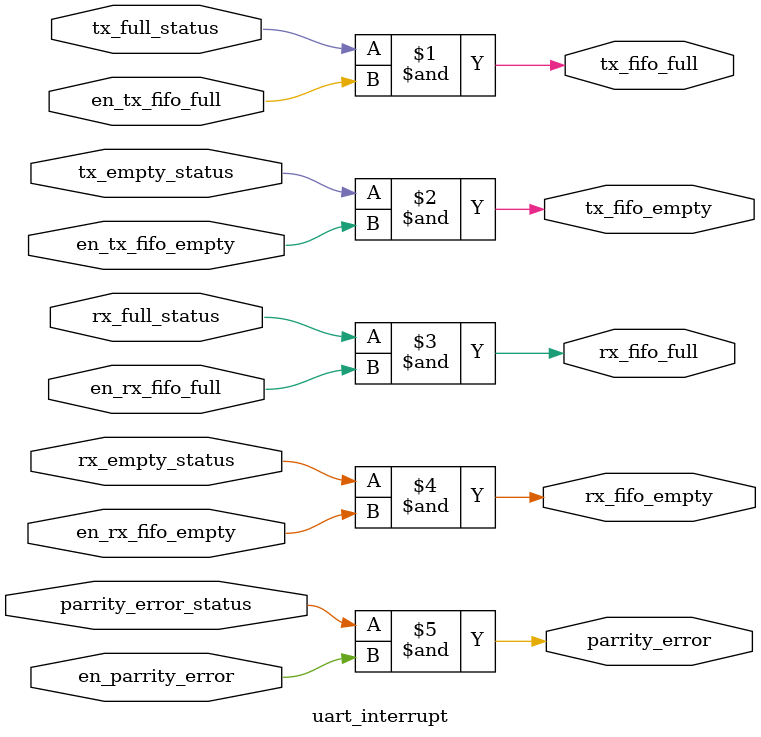
<source format=v>
module uart_interrupt( output wire tx_fifo_full,
                       output wire tx_fifo_empty,
                       output wire rx_fifo_full,
                       output wire rx_fifo_empty,
                       output wire parrity_error,

                       // Enable
                       input wire en_tx_fifo_full,
                       input wire en_tx_fifo_empty,
                       input wire en_rx_fifo_full,
                       input wire en_rx_fifo_empty,
                       input wire en_parrity_error,

                       // Status
                       input wire tx_full_status,
                       input wire tx_empty_status,
                       input wire rx_full_status,
                       input wire rx_empty_status,
                       input wire parrity_error_status
                     );
  
  assign tx_fifo_full   = tx_full_status        & en_tx_fifo_full;
  assign tx_fifo_empty  = tx_empty_status       & en_tx_fifo_empty;
  assign rx_fifo_full   = rx_full_status        & en_rx_fifo_full;
  assign rx_fifo_empty  = rx_empty_status       & en_rx_fifo_empty;
  assign parrity_error  = parrity_error_status  & en_parrity_error;

endmodule

</source>
